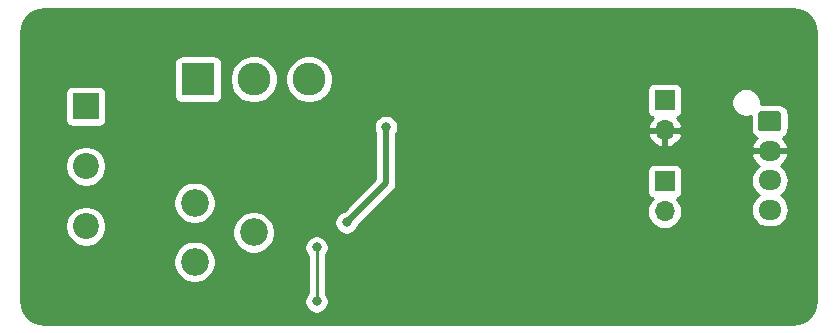
<source format=gbr>
G04 #@! TF.GenerationSoftware,KiCad,Pcbnew,(5.1.4)-1*
G04 #@! TF.CreationDate,2019-10-30T18:57:56+00:00*
G04 #@! TF.ProjectId,timer-board,74696d65-722d-4626-9f61-72642e6b6963,rev?*
G04 #@! TF.SameCoordinates,Original*
G04 #@! TF.FileFunction,Copper,L2,Bot*
G04 #@! TF.FilePolarity,Positive*
%FSLAX46Y46*%
G04 Gerber Fmt 4.6, Leading zero omitted, Abs format (unit mm)*
G04 Created by KiCad (PCBNEW (5.1.4)-1) date 2019-10-30 18:57:56*
%MOMM*%
%LPD*%
G04 APERTURE LIST*
%ADD10O,1.950000X1.700000*%
%ADD11C,0.100000*%
%ADD12C,1.700000*%
%ADD13C,2.200000*%
%ADD14R,2.200000X2.200000*%
%ADD15R,1.700000X1.700000*%
%ADD16O,1.700000X1.700000*%
%ADD17C,2.340000*%
%ADD18R,2.781300X2.781300*%
%ADD19C,2.781300*%
%ADD20C,0.800000*%
%ADD21C,0.250000*%
%ADD22C,0.500000*%
%ADD23C,0.254000*%
G04 APERTURE END LIST*
D10*
X368808000Y-119260000D03*
X368808000Y-116760000D03*
X368808000Y-114260000D03*
D11*
G36*
X369557504Y-110911204D02*
G01*
X369581773Y-110914804D01*
X369605571Y-110920765D01*
X369628671Y-110929030D01*
X369650849Y-110939520D01*
X369671893Y-110952133D01*
X369691598Y-110966747D01*
X369709777Y-110983223D01*
X369726253Y-111001402D01*
X369740867Y-111021107D01*
X369753480Y-111042151D01*
X369763970Y-111064329D01*
X369772235Y-111087429D01*
X369778196Y-111111227D01*
X369781796Y-111135496D01*
X369783000Y-111160000D01*
X369783000Y-112360000D01*
X369781796Y-112384504D01*
X369778196Y-112408773D01*
X369772235Y-112432571D01*
X369763970Y-112455671D01*
X369753480Y-112477849D01*
X369740867Y-112498893D01*
X369726253Y-112518598D01*
X369709777Y-112536777D01*
X369691598Y-112553253D01*
X369671893Y-112567867D01*
X369650849Y-112580480D01*
X369628671Y-112590970D01*
X369605571Y-112599235D01*
X369581773Y-112605196D01*
X369557504Y-112608796D01*
X369533000Y-112610000D01*
X368083000Y-112610000D01*
X368058496Y-112608796D01*
X368034227Y-112605196D01*
X368010429Y-112599235D01*
X367987329Y-112590970D01*
X367965151Y-112580480D01*
X367944107Y-112567867D01*
X367924402Y-112553253D01*
X367906223Y-112536777D01*
X367889747Y-112518598D01*
X367875133Y-112498893D01*
X367862520Y-112477849D01*
X367852030Y-112455671D01*
X367843765Y-112432571D01*
X367837804Y-112408773D01*
X367834204Y-112384504D01*
X367833000Y-112360000D01*
X367833000Y-111160000D01*
X367834204Y-111135496D01*
X367837804Y-111111227D01*
X367843765Y-111087429D01*
X367852030Y-111064329D01*
X367862520Y-111042151D01*
X367875133Y-111021107D01*
X367889747Y-111001402D01*
X367906223Y-110983223D01*
X367924402Y-110966747D01*
X367944107Y-110952133D01*
X367965151Y-110939520D01*
X367987329Y-110929030D01*
X368010429Y-110920765D01*
X368034227Y-110914804D01*
X368058496Y-110911204D01*
X368083000Y-110910000D01*
X369533000Y-110910000D01*
X369557504Y-110911204D01*
X369557504Y-110911204D01*
G37*
D12*
X368808000Y-111760000D03*
D13*
X310896000Y-120650000D03*
X310896000Y-115570000D03*
D14*
X310896000Y-110490000D03*
D15*
X359918000Y-109982000D03*
D16*
X359918000Y-112522000D03*
X359918000Y-119380000D03*
D15*
X359918000Y-116840000D03*
D17*
X320120000Y-123658000D03*
X325120000Y-121158000D03*
X320120000Y-118658000D03*
D18*
X320421000Y-108204000D03*
D19*
X325120000Y-108204000D03*
X329819000Y-108204000D03*
D20*
X356997000Y-118110000D03*
X341884000Y-122936000D03*
X334746600Y-122148600D03*
X326644000Y-114300000D03*
X328930000Y-124713990D03*
X333070200Y-113919000D03*
X330454000Y-122428000D03*
X330454000Y-127000000D03*
X336321400Y-112242600D03*
X332994000Y-120319800D03*
D21*
X330454000Y-122428000D02*
X330454000Y-127000000D01*
D22*
X336321400Y-116992400D02*
X332994000Y-120319800D01*
X336321400Y-112242600D02*
X336321400Y-116992400D01*
D23*
G36*
X371204545Y-102298909D02*
G01*
X371555208Y-102404780D01*
X371878625Y-102576744D01*
X372162484Y-102808254D01*
X372395965Y-103090486D01*
X372570183Y-103412695D01*
X372678502Y-103762614D01*
X372720000Y-104157443D01*
X372720001Y-126967711D01*
X372681091Y-127364545D01*
X372575220Y-127715206D01*
X372403257Y-128038623D01*
X372171748Y-128322482D01*
X371889514Y-128555965D01*
X371567304Y-128730184D01*
X371217385Y-128838502D01*
X370822557Y-128880000D01*
X307372279Y-128880000D01*
X306975455Y-128841091D01*
X306624794Y-128735220D01*
X306301377Y-128563257D01*
X306017518Y-128331748D01*
X305784035Y-128049514D01*
X305609816Y-127727304D01*
X305501498Y-127377385D01*
X305460000Y-126982557D01*
X305460000Y-123480223D01*
X318315000Y-123480223D01*
X318315000Y-123835777D01*
X318384365Y-124184499D01*
X318520429Y-124512988D01*
X318717965Y-124808621D01*
X318969379Y-125060035D01*
X319265012Y-125257571D01*
X319593501Y-125393635D01*
X319942223Y-125463000D01*
X320297777Y-125463000D01*
X320646499Y-125393635D01*
X320974988Y-125257571D01*
X321270621Y-125060035D01*
X321522035Y-124808621D01*
X321719571Y-124512988D01*
X321855635Y-124184499D01*
X321925000Y-123835777D01*
X321925000Y-123480223D01*
X321855635Y-123131501D01*
X321719571Y-122803012D01*
X321522035Y-122507379D01*
X321270621Y-122255965D01*
X320974988Y-122058429D01*
X320646499Y-121922365D01*
X320297777Y-121853000D01*
X319942223Y-121853000D01*
X319593501Y-121922365D01*
X319265012Y-122058429D01*
X318969379Y-122255965D01*
X318717965Y-122507379D01*
X318520429Y-122803012D01*
X318384365Y-123131501D01*
X318315000Y-123480223D01*
X305460000Y-123480223D01*
X305460000Y-120479117D01*
X309161000Y-120479117D01*
X309161000Y-120820883D01*
X309227675Y-121156081D01*
X309358463Y-121471831D01*
X309548337Y-121755998D01*
X309790002Y-121997663D01*
X310074169Y-122187537D01*
X310389919Y-122318325D01*
X310725117Y-122385000D01*
X311066883Y-122385000D01*
X311402081Y-122318325D01*
X311717831Y-122187537D01*
X312001998Y-121997663D01*
X312243663Y-121755998D01*
X312433537Y-121471831D01*
X312564325Y-121156081D01*
X312599305Y-120980223D01*
X323315000Y-120980223D01*
X323315000Y-121335777D01*
X323384365Y-121684499D01*
X323520429Y-122012988D01*
X323717965Y-122308621D01*
X323969379Y-122560035D01*
X324265012Y-122757571D01*
X324593501Y-122893635D01*
X324942223Y-122963000D01*
X325297777Y-122963000D01*
X325646499Y-122893635D01*
X325974988Y-122757571D01*
X326270621Y-122560035D01*
X326504595Y-122326061D01*
X329419000Y-122326061D01*
X329419000Y-122529939D01*
X329458774Y-122729898D01*
X329536795Y-122918256D01*
X329650063Y-123087774D01*
X329694000Y-123131711D01*
X329694001Y-126296288D01*
X329650063Y-126340226D01*
X329536795Y-126509744D01*
X329458774Y-126698102D01*
X329419000Y-126898061D01*
X329419000Y-127101939D01*
X329458774Y-127301898D01*
X329536795Y-127490256D01*
X329650063Y-127659774D01*
X329794226Y-127803937D01*
X329963744Y-127917205D01*
X330152102Y-127995226D01*
X330352061Y-128035000D01*
X330555939Y-128035000D01*
X330755898Y-127995226D01*
X330944256Y-127917205D01*
X331113774Y-127803937D01*
X331257937Y-127659774D01*
X331371205Y-127490256D01*
X331449226Y-127301898D01*
X331489000Y-127101939D01*
X331489000Y-126898061D01*
X331449226Y-126698102D01*
X331371205Y-126509744D01*
X331257937Y-126340226D01*
X331214000Y-126296289D01*
X331214000Y-123131711D01*
X331257937Y-123087774D01*
X331371205Y-122918256D01*
X331449226Y-122729898D01*
X331489000Y-122529939D01*
X331489000Y-122326061D01*
X331449226Y-122126102D01*
X331371205Y-121937744D01*
X331257937Y-121768226D01*
X331113774Y-121624063D01*
X330944256Y-121510795D01*
X330755898Y-121432774D01*
X330555939Y-121393000D01*
X330352061Y-121393000D01*
X330152102Y-121432774D01*
X329963744Y-121510795D01*
X329794226Y-121624063D01*
X329650063Y-121768226D01*
X329536795Y-121937744D01*
X329458774Y-122126102D01*
X329419000Y-122326061D01*
X326504595Y-122326061D01*
X326522035Y-122308621D01*
X326719571Y-122012988D01*
X326855635Y-121684499D01*
X326925000Y-121335777D01*
X326925000Y-120980223D01*
X326855635Y-120631501D01*
X326719571Y-120303012D01*
X326662675Y-120217861D01*
X331959000Y-120217861D01*
X331959000Y-120421739D01*
X331998774Y-120621698D01*
X332076795Y-120810056D01*
X332190063Y-120979574D01*
X332334226Y-121123737D01*
X332503744Y-121237005D01*
X332692102Y-121315026D01*
X332892061Y-121354800D01*
X333095939Y-121354800D01*
X333295898Y-121315026D01*
X333484256Y-121237005D01*
X333653774Y-121123737D01*
X333797937Y-120979574D01*
X333911205Y-120810056D01*
X333989226Y-120621698D01*
X334000535Y-120564843D01*
X335185378Y-119380000D01*
X358425815Y-119380000D01*
X358454487Y-119671111D01*
X358539401Y-119951034D01*
X358677294Y-120209014D01*
X358862866Y-120435134D01*
X359088986Y-120620706D01*
X359346966Y-120758599D01*
X359626889Y-120843513D01*
X359845050Y-120865000D01*
X359990950Y-120865000D01*
X360209111Y-120843513D01*
X360489034Y-120758599D01*
X360747014Y-120620706D01*
X360973134Y-120435134D01*
X361158706Y-120209014D01*
X361296599Y-119951034D01*
X361381513Y-119671111D01*
X361410185Y-119380000D01*
X361381513Y-119088889D01*
X361296599Y-118808966D01*
X361158706Y-118550986D01*
X360973134Y-118324866D01*
X360943313Y-118300393D01*
X361012180Y-118279502D01*
X361122494Y-118220537D01*
X361219185Y-118141185D01*
X361298537Y-118044494D01*
X361357502Y-117934180D01*
X361393812Y-117814482D01*
X361406072Y-117690000D01*
X361406072Y-116760000D01*
X367190815Y-116760000D01*
X367219487Y-117051111D01*
X367304401Y-117331034D01*
X367442294Y-117589014D01*
X367627866Y-117815134D01*
X367853986Y-118000706D01*
X367871374Y-118010000D01*
X367853986Y-118019294D01*
X367627866Y-118204866D01*
X367442294Y-118430986D01*
X367304401Y-118688966D01*
X367219487Y-118968889D01*
X367190815Y-119260000D01*
X367219487Y-119551111D01*
X367304401Y-119831034D01*
X367442294Y-120089014D01*
X367627866Y-120315134D01*
X367853986Y-120500706D01*
X368111966Y-120638599D01*
X368391889Y-120723513D01*
X368610050Y-120745000D01*
X369005950Y-120745000D01*
X369224111Y-120723513D01*
X369504034Y-120638599D01*
X369762014Y-120500706D01*
X369988134Y-120315134D01*
X370173706Y-120089014D01*
X370311599Y-119831034D01*
X370396513Y-119551111D01*
X370425185Y-119260000D01*
X370396513Y-118968889D01*
X370311599Y-118688966D01*
X370173706Y-118430986D01*
X369988134Y-118204866D01*
X369762014Y-118019294D01*
X369744626Y-118010000D01*
X369762014Y-118000706D01*
X369988134Y-117815134D01*
X370173706Y-117589014D01*
X370311599Y-117331034D01*
X370396513Y-117051111D01*
X370425185Y-116760000D01*
X370396513Y-116468889D01*
X370311599Y-116188966D01*
X370173706Y-115930986D01*
X369988134Y-115704866D01*
X369762014Y-115519294D01*
X369736278Y-115505538D01*
X369942429Y-115349049D01*
X370135496Y-115131193D01*
X370282352Y-114879858D01*
X370374476Y-114616890D01*
X370253155Y-114387000D01*
X368935000Y-114387000D01*
X368935000Y-114407000D01*
X368681000Y-114407000D01*
X368681000Y-114387000D01*
X367362845Y-114387000D01*
X367241524Y-114616890D01*
X367333648Y-114879858D01*
X367480504Y-115131193D01*
X367673571Y-115349049D01*
X367879722Y-115505538D01*
X367853986Y-115519294D01*
X367627866Y-115704866D01*
X367442294Y-115930986D01*
X367304401Y-116188966D01*
X367219487Y-116468889D01*
X367190815Y-116760000D01*
X361406072Y-116760000D01*
X361406072Y-115990000D01*
X361393812Y-115865518D01*
X361357502Y-115745820D01*
X361298537Y-115635506D01*
X361219185Y-115538815D01*
X361122494Y-115459463D01*
X361012180Y-115400498D01*
X360892482Y-115364188D01*
X360768000Y-115351928D01*
X359068000Y-115351928D01*
X358943518Y-115364188D01*
X358823820Y-115400498D01*
X358713506Y-115459463D01*
X358616815Y-115538815D01*
X358537463Y-115635506D01*
X358478498Y-115745820D01*
X358442188Y-115865518D01*
X358429928Y-115990000D01*
X358429928Y-117690000D01*
X358442188Y-117814482D01*
X358478498Y-117934180D01*
X358537463Y-118044494D01*
X358616815Y-118141185D01*
X358713506Y-118220537D01*
X358823820Y-118279502D01*
X358892687Y-118300393D01*
X358862866Y-118324866D01*
X358677294Y-118550986D01*
X358539401Y-118808966D01*
X358454487Y-119088889D01*
X358425815Y-119380000D01*
X335185378Y-119380000D01*
X336916449Y-117648930D01*
X336950217Y-117621217D01*
X337060811Y-117486459D01*
X337142989Y-117332713D01*
X337193595Y-117165890D01*
X337206400Y-117035877D01*
X337206400Y-117035867D01*
X337210681Y-116992401D01*
X337206400Y-116948935D01*
X337206400Y-112878891D01*
X358476519Y-112878891D01*
X358573843Y-113153252D01*
X358722822Y-113403355D01*
X358917731Y-113619588D01*
X359151080Y-113793641D01*
X359413901Y-113918825D01*
X359561110Y-113963476D01*
X359791000Y-113842155D01*
X359791000Y-112649000D01*
X360045000Y-112649000D01*
X360045000Y-113842155D01*
X360274890Y-113963476D01*
X360422099Y-113918825D01*
X360684920Y-113793641D01*
X360918269Y-113619588D01*
X361113178Y-113403355D01*
X361262157Y-113153252D01*
X361359481Y-112878891D01*
X361238814Y-112649000D01*
X360045000Y-112649000D01*
X359791000Y-112649000D01*
X358597186Y-112649000D01*
X358476519Y-112878891D01*
X337206400Y-112878891D01*
X337206400Y-112781054D01*
X337238605Y-112732856D01*
X337316626Y-112544498D01*
X337356400Y-112344539D01*
X337356400Y-112140661D01*
X337316626Y-111940702D01*
X337238605Y-111752344D01*
X337125337Y-111582826D01*
X336981174Y-111438663D01*
X336811656Y-111325395D01*
X336623298Y-111247374D01*
X336423339Y-111207600D01*
X336219461Y-111207600D01*
X336019502Y-111247374D01*
X335831144Y-111325395D01*
X335661626Y-111438663D01*
X335517463Y-111582826D01*
X335404195Y-111752344D01*
X335326174Y-111940702D01*
X335286400Y-112140661D01*
X335286400Y-112344539D01*
X335326174Y-112544498D01*
X335404195Y-112732856D01*
X335436400Y-112781054D01*
X335436401Y-116625820D01*
X332748957Y-119313265D01*
X332692102Y-119324574D01*
X332503744Y-119402595D01*
X332334226Y-119515863D01*
X332190063Y-119660026D01*
X332076795Y-119829544D01*
X331998774Y-120017902D01*
X331959000Y-120217861D01*
X326662675Y-120217861D01*
X326522035Y-120007379D01*
X326270621Y-119755965D01*
X325974988Y-119558429D01*
X325646499Y-119422365D01*
X325297777Y-119353000D01*
X324942223Y-119353000D01*
X324593501Y-119422365D01*
X324265012Y-119558429D01*
X323969379Y-119755965D01*
X323717965Y-120007379D01*
X323520429Y-120303012D01*
X323384365Y-120631501D01*
X323315000Y-120980223D01*
X312599305Y-120980223D01*
X312631000Y-120820883D01*
X312631000Y-120479117D01*
X312564325Y-120143919D01*
X312433537Y-119828169D01*
X312243663Y-119544002D01*
X312001998Y-119302337D01*
X311717831Y-119112463D01*
X311402081Y-118981675D01*
X311066883Y-118915000D01*
X310725117Y-118915000D01*
X310389919Y-118981675D01*
X310074169Y-119112463D01*
X309790002Y-119302337D01*
X309548337Y-119544002D01*
X309358463Y-119828169D01*
X309227675Y-120143919D01*
X309161000Y-120479117D01*
X305460000Y-120479117D01*
X305460000Y-118480223D01*
X318315000Y-118480223D01*
X318315000Y-118835777D01*
X318384365Y-119184499D01*
X318520429Y-119512988D01*
X318717965Y-119808621D01*
X318969379Y-120060035D01*
X319265012Y-120257571D01*
X319593501Y-120393635D01*
X319942223Y-120463000D01*
X320297777Y-120463000D01*
X320646499Y-120393635D01*
X320974988Y-120257571D01*
X321270621Y-120060035D01*
X321522035Y-119808621D01*
X321719571Y-119512988D01*
X321855635Y-119184499D01*
X321925000Y-118835777D01*
X321925000Y-118480223D01*
X321855635Y-118131501D01*
X321719571Y-117803012D01*
X321522035Y-117507379D01*
X321270621Y-117255965D01*
X320974988Y-117058429D01*
X320646499Y-116922365D01*
X320297777Y-116853000D01*
X319942223Y-116853000D01*
X319593501Y-116922365D01*
X319265012Y-117058429D01*
X318969379Y-117255965D01*
X318717965Y-117507379D01*
X318520429Y-117803012D01*
X318384365Y-118131501D01*
X318315000Y-118480223D01*
X305460000Y-118480223D01*
X305460000Y-115399117D01*
X309161000Y-115399117D01*
X309161000Y-115740883D01*
X309227675Y-116076081D01*
X309358463Y-116391831D01*
X309548337Y-116675998D01*
X309790002Y-116917663D01*
X310074169Y-117107537D01*
X310389919Y-117238325D01*
X310725117Y-117305000D01*
X311066883Y-117305000D01*
X311402081Y-117238325D01*
X311717831Y-117107537D01*
X312001998Y-116917663D01*
X312243663Y-116675998D01*
X312433537Y-116391831D01*
X312564325Y-116076081D01*
X312631000Y-115740883D01*
X312631000Y-115399117D01*
X312564325Y-115063919D01*
X312433537Y-114748169D01*
X312243663Y-114464002D01*
X312001998Y-114222337D01*
X311717831Y-114032463D01*
X311402081Y-113901675D01*
X311066883Y-113835000D01*
X310725117Y-113835000D01*
X310389919Y-113901675D01*
X310074169Y-114032463D01*
X309790002Y-114222337D01*
X309548337Y-114464002D01*
X309358463Y-114748169D01*
X309227675Y-115063919D01*
X309161000Y-115399117D01*
X305460000Y-115399117D01*
X305460000Y-109390000D01*
X309157928Y-109390000D01*
X309157928Y-111590000D01*
X309170188Y-111714482D01*
X309206498Y-111834180D01*
X309265463Y-111944494D01*
X309344815Y-112041185D01*
X309441506Y-112120537D01*
X309551820Y-112179502D01*
X309671518Y-112215812D01*
X309796000Y-112228072D01*
X311996000Y-112228072D01*
X312120482Y-112215812D01*
X312240180Y-112179502D01*
X312350494Y-112120537D01*
X312447185Y-112041185D01*
X312526537Y-111944494D01*
X312585502Y-111834180D01*
X312621812Y-111714482D01*
X312634072Y-111590000D01*
X312634072Y-109390000D01*
X312621812Y-109265518D01*
X312585502Y-109145820D01*
X312526537Y-109035506D01*
X312447185Y-108938815D01*
X312350494Y-108859463D01*
X312240180Y-108800498D01*
X312120482Y-108764188D01*
X311996000Y-108751928D01*
X309796000Y-108751928D01*
X309671518Y-108764188D01*
X309551820Y-108800498D01*
X309441506Y-108859463D01*
X309344815Y-108938815D01*
X309265463Y-109035506D01*
X309206498Y-109145820D01*
X309170188Y-109265518D01*
X309157928Y-109390000D01*
X305460000Y-109390000D01*
X305460000Y-106813350D01*
X318392278Y-106813350D01*
X318392278Y-109594650D01*
X318404538Y-109719132D01*
X318440848Y-109838830D01*
X318499813Y-109949144D01*
X318579165Y-110045835D01*
X318675856Y-110125187D01*
X318786170Y-110184152D01*
X318905868Y-110220462D01*
X319030350Y-110232722D01*
X321811650Y-110232722D01*
X321936132Y-110220462D01*
X322055830Y-110184152D01*
X322166144Y-110125187D01*
X322262835Y-110045835D01*
X322342187Y-109949144D01*
X322401152Y-109838830D01*
X322437462Y-109719132D01*
X322449722Y-109594650D01*
X322449722Y-108004491D01*
X323094350Y-108004491D01*
X323094350Y-108403509D01*
X323172195Y-108794860D01*
X323324892Y-109163505D01*
X323546575Y-109495276D01*
X323828724Y-109777425D01*
X324160495Y-109999108D01*
X324529140Y-110151805D01*
X324920491Y-110229650D01*
X325319509Y-110229650D01*
X325710860Y-110151805D01*
X326079505Y-109999108D01*
X326411276Y-109777425D01*
X326693425Y-109495276D01*
X326915108Y-109163505D01*
X327067805Y-108794860D01*
X327145650Y-108403509D01*
X327145650Y-108004491D01*
X327793350Y-108004491D01*
X327793350Y-108403509D01*
X327871195Y-108794860D01*
X328023892Y-109163505D01*
X328245575Y-109495276D01*
X328527724Y-109777425D01*
X328859495Y-109999108D01*
X329228140Y-110151805D01*
X329619491Y-110229650D01*
X330018509Y-110229650D01*
X330409860Y-110151805D01*
X330778505Y-109999108D01*
X331110276Y-109777425D01*
X331392425Y-109495276D01*
X331614108Y-109163505D01*
X331627157Y-109132000D01*
X358429928Y-109132000D01*
X358429928Y-110832000D01*
X358442188Y-110956482D01*
X358478498Y-111076180D01*
X358537463Y-111186494D01*
X358616815Y-111283185D01*
X358713506Y-111362537D01*
X358823820Y-111421502D01*
X358899626Y-111444498D01*
X358722822Y-111640645D01*
X358573843Y-111890748D01*
X358476519Y-112165109D01*
X358597186Y-112395000D01*
X359791000Y-112395000D01*
X359791000Y-112375000D01*
X360045000Y-112375000D01*
X360045000Y-112395000D01*
X361238814Y-112395000D01*
X361359481Y-112165109D01*
X361262157Y-111890748D01*
X361113178Y-111640645D01*
X360936374Y-111444498D01*
X361012180Y-111421502D01*
X361122494Y-111362537D01*
X361219185Y-111283185D01*
X361298537Y-111186494D01*
X361357502Y-111076180D01*
X361393812Y-110956482D01*
X361406072Y-110832000D01*
X361406072Y-110038363D01*
X365573000Y-110038363D01*
X365573000Y-110281637D01*
X365620460Y-110520236D01*
X365713557Y-110744992D01*
X365848713Y-110947267D01*
X366020733Y-111119287D01*
X366223008Y-111254443D01*
X366447764Y-111347540D01*
X366686363Y-111395000D01*
X366929637Y-111395000D01*
X367168236Y-111347540D01*
X367194928Y-111336484D01*
X367194928Y-112360000D01*
X367211992Y-112533254D01*
X367262528Y-112699850D01*
X367344595Y-112853386D01*
X367455038Y-112987962D01*
X367589614Y-113098405D01*
X367694961Y-113154714D01*
X367673571Y-113170951D01*
X367480504Y-113388807D01*
X367333648Y-113640142D01*
X367241524Y-113903110D01*
X367362845Y-114133000D01*
X368681000Y-114133000D01*
X368681000Y-114113000D01*
X368935000Y-114113000D01*
X368935000Y-114133000D01*
X370253155Y-114133000D01*
X370374476Y-113903110D01*
X370282352Y-113640142D01*
X370135496Y-113388807D01*
X369942429Y-113170951D01*
X369921039Y-113154714D01*
X370026386Y-113098405D01*
X370160962Y-112987962D01*
X370271405Y-112853386D01*
X370353472Y-112699850D01*
X370404008Y-112533254D01*
X370421072Y-112360000D01*
X370421072Y-111160000D01*
X370404008Y-110986746D01*
X370353472Y-110820150D01*
X370271405Y-110666614D01*
X370160962Y-110532038D01*
X370026386Y-110421595D01*
X369872850Y-110339528D01*
X369706254Y-110288992D01*
X369533000Y-110271928D01*
X368083000Y-110271928D01*
X368043000Y-110275868D01*
X368043000Y-110038363D01*
X367995540Y-109799764D01*
X367902443Y-109575008D01*
X367767287Y-109372733D01*
X367595267Y-109200713D01*
X367392992Y-109065557D01*
X367168236Y-108972460D01*
X366929637Y-108925000D01*
X366686363Y-108925000D01*
X366447764Y-108972460D01*
X366223008Y-109065557D01*
X366020733Y-109200713D01*
X365848713Y-109372733D01*
X365713557Y-109575008D01*
X365620460Y-109799764D01*
X365573000Y-110038363D01*
X361406072Y-110038363D01*
X361406072Y-109132000D01*
X361393812Y-109007518D01*
X361357502Y-108887820D01*
X361298537Y-108777506D01*
X361219185Y-108680815D01*
X361122494Y-108601463D01*
X361012180Y-108542498D01*
X360892482Y-108506188D01*
X360768000Y-108493928D01*
X359068000Y-108493928D01*
X358943518Y-108506188D01*
X358823820Y-108542498D01*
X358713506Y-108601463D01*
X358616815Y-108680815D01*
X358537463Y-108777506D01*
X358478498Y-108887820D01*
X358442188Y-109007518D01*
X358429928Y-109132000D01*
X331627157Y-109132000D01*
X331766805Y-108794860D01*
X331844650Y-108403509D01*
X331844650Y-108004491D01*
X331766805Y-107613140D01*
X331614108Y-107244495D01*
X331392425Y-106912724D01*
X331110276Y-106630575D01*
X330778505Y-106408892D01*
X330409860Y-106256195D01*
X330018509Y-106178350D01*
X329619491Y-106178350D01*
X329228140Y-106256195D01*
X328859495Y-106408892D01*
X328527724Y-106630575D01*
X328245575Y-106912724D01*
X328023892Y-107244495D01*
X327871195Y-107613140D01*
X327793350Y-108004491D01*
X327145650Y-108004491D01*
X327067805Y-107613140D01*
X326915108Y-107244495D01*
X326693425Y-106912724D01*
X326411276Y-106630575D01*
X326079505Y-106408892D01*
X325710860Y-106256195D01*
X325319509Y-106178350D01*
X324920491Y-106178350D01*
X324529140Y-106256195D01*
X324160495Y-106408892D01*
X323828724Y-106630575D01*
X323546575Y-106912724D01*
X323324892Y-107244495D01*
X323172195Y-107613140D01*
X323094350Y-108004491D01*
X322449722Y-108004491D01*
X322449722Y-106813350D01*
X322437462Y-106688868D01*
X322401152Y-106569170D01*
X322342187Y-106458856D01*
X322262835Y-106362165D01*
X322166144Y-106282813D01*
X322055830Y-106223848D01*
X321936132Y-106187538D01*
X321811650Y-106175278D01*
X319030350Y-106175278D01*
X318905868Y-106187538D01*
X318786170Y-106223848D01*
X318675856Y-106282813D01*
X318579165Y-106362165D01*
X318499813Y-106458856D01*
X318440848Y-106569170D01*
X318404538Y-106688868D01*
X318392278Y-106813350D01*
X305460000Y-106813350D01*
X305460000Y-104172279D01*
X305498909Y-103775455D01*
X305604780Y-103424792D01*
X305776744Y-103101375D01*
X306008254Y-102817516D01*
X306290486Y-102584035D01*
X306612695Y-102409817D01*
X306962614Y-102301498D01*
X307357443Y-102260000D01*
X370807721Y-102260000D01*
X371204545Y-102298909D01*
X371204545Y-102298909D01*
G37*
X371204545Y-102298909D02*
X371555208Y-102404780D01*
X371878625Y-102576744D01*
X372162484Y-102808254D01*
X372395965Y-103090486D01*
X372570183Y-103412695D01*
X372678502Y-103762614D01*
X372720000Y-104157443D01*
X372720001Y-126967711D01*
X372681091Y-127364545D01*
X372575220Y-127715206D01*
X372403257Y-128038623D01*
X372171748Y-128322482D01*
X371889514Y-128555965D01*
X371567304Y-128730184D01*
X371217385Y-128838502D01*
X370822557Y-128880000D01*
X307372279Y-128880000D01*
X306975455Y-128841091D01*
X306624794Y-128735220D01*
X306301377Y-128563257D01*
X306017518Y-128331748D01*
X305784035Y-128049514D01*
X305609816Y-127727304D01*
X305501498Y-127377385D01*
X305460000Y-126982557D01*
X305460000Y-123480223D01*
X318315000Y-123480223D01*
X318315000Y-123835777D01*
X318384365Y-124184499D01*
X318520429Y-124512988D01*
X318717965Y-124808621D01*
X318969379Y-125060035D01*
X319265012Y-125257571D01*
X319593501Y-125393635D01*
X319942223Y-125463000D01*
X320297777Y-125463000D01*
X320646499Y-125393635D01*
X320974988Y-125257571D01*
X321270621Y-125060035D01*
X321522035Y-124808621D01*
X321719571Y-124512988D01*
X321855635Y-124184499D01*
X321925000Y-123835777D01*
X321925000Y-123480223D01*
X321855635Y-123131501D01*
X321719571Y-122803012D01*
X321522035Y-122507379D01*
X321270621Y-122255965D01*
X320974988Y-122058429D01*
X320646499Y-121922365D01*
X320297777Y-121853000D01*
X319942223Y-121853000D01*
X319593501Y-121922365D01*
X319265012Y-122058429D01*
X318969379Y-122255965D01*
X318717965Y-122507379D01*
X318520429Y-122803012D01*
X318384365Y-123131501D01*
X318315000Y-123480223D01*
X305460000Y-123480223D01*
X305460000Y-120479117D01*
X309161000Y-120479117D01*
X309161000Y-120820883D01*
X309227675Y-121156081D01*
X309358463Y-121471831D01*
X309548337Y-121755998D01*
X309790002Y-121997663D01*
X310074169Y-122187537D01*
X310389919Y-122318325D01*
X310725117Y-122385000D01*
X311066883Y-122385000D01*
X311402081Y-122318325D01*
X311717831Y-122187537D01*
X312001998Y-121997663D01*
X312243663Y-121755998D01*
X312433537Y-121471831D01*
X312564325Y-121156081D01*
X312599305Y-120980223D01*
X323315000Y-120980223D01*
X323315000Y-121335777D01*
X323384365Y-121684499D01*
X323520429Y-122012988D01*
X323717965Y-122308621D01*
X323969379Y-122560035D01*
X324265012Y-122757571D01*
X324593501Y-122893635D01*
X324942223Y-122963000D01*
X325297777Y-122963000D01*
X325646499Y-122893635D01*
X325974988Y-122757571D01*
X326270621Y-122560035D01*
X326504595Y-122326061D01*
X329419000Y-122326061D01*
X329419000Y-122529939D01*
X329458774Y-122729898D01*
X329536795Y-122918256D01*
X329650063Y-123087774D01*
X329694000Y-123131711D01*
X329694001Y-126296288D01*
X329650063Y-126340226D01*
X329536795Y-126509744D01*
X329458774Y-126698102D01*
X329419000Y-126898061D01*
X329419000Y-127101939D01*
X329458774Y-127301898D01*
X329536795Y-127490256D01*
X329650063Y-127659774D01*
X329794226Y-127803937D01*
X329963744Y-127917205D01*
X330152102Y-127995226D01*
X330352061Y-128035000D01*
X330555939Y-128035000D01*
X330755898Y-127995226D01*
X330944256Y-127917205D01*
X331113774Y-127803937D01*
X331257937Y-127659774D01*
X331371205Y-127490256D01*
X331449226Y-127301898D01*
X331489000Y-127101939D01*
X331489000Y-126898061D01*
X331449226Y-126698102D01*
X331371205Y-126509744D01*
X331257937Y-126340226D01*
X331214000Y-126296289D01*
X331214000Y-123131711D01*
X331257937Y-123087774D01*
X331371205Y-122918256D01*
X331449226Y-122729898D01*
X331489000Y-122529939D01*
X331489000Y-122326061D01*
X331449226Y-122126102D01*
X331371205Y-121937744D01*
X331257937Y-121768226D01*
X331113774Y-121624063D01*
X330944256Y-121510795D01*
X330755898Y-121432774D01*
X330555939Y-121393000D01*
X330352061Y-121393000D01*
X330152102Y-121432774D01*
X329963744Y-121510795D01*
X329794226Y-121624063D01*
X329650063Y-121768226D01*
X329536795Y-121937744D01*
X329458774Y-122126102D01*
X329419000Y-122326061D01*
X326504595Y-122326061D01*
X326522035Y-122308621D01*
X326719571Y-122012988D01*
X326855635Y-121684499D01*
X326925000Y-121335777D01*
X326925000Y-120980223D01*
X326855635Y-120631501D01*
X326719571Y-120303012D01*
X326662675Y-120217861D01*
X331959000Y-120217861D01*
X331959000Y-120421739D01*
X331998774Y-120621698D01*
X332076795Y-120810056D01*
X332190063Y-120979574D01*
X332334226Y-121123737D01*
X332503744Y-121237005D01*
X332692102Y-121315026D01*
X332892061Y-121354800D01*
X333095939Y-121354800D01*
X333295898Y-121315026D01*
X333484256Y-121237005D01*
X333653774Y-121123737D01*
X333797937Y-120979574D01*
X333911205Y-120810056D01*
X333989226Y-120621698D01*
X334000535Y-120564843D01*
X335185378Y-119380000D01*
X358425815Y-119380000D01*
X358454487Y-119671111D01*
X358539401Y-119951034D01*
X358677294Y-120209014D01*
X358862866Y-120435134D01*
X359088986Y-120620706D01*
X359346966Y-120758599D01*
X359626889Y-120843513D01*
X359845050Y-120865000D01*
X359990950Y-120865000D01*
X360209111Y-120843513D01*
X360489034Y-120758599D01*
X360747014Y-120620706D01*
X360973134Y-120435134D01*
X361158706Y-120209014D01*
X361296599Y-119951034D01*
X361381513Y-119671111D01*
X361410185Y-119380000D01*
X361381513Y-119088889D01*
X361296599Y-118808966D01*
X361158706Y-118550986D01*
X360973134Y-118324866D01*
X360943313Y-118300393D01*
X361012180Y-118279502D01*
X361122494Y-118220537D01*
X361219185Y-118141185D01*
X361298537Y-118044494D01*
X361357502Y-117934180D01*
X361393812Y-117814482D01*
X361406072Y-117690000D01*
X361406072Y-116760000D01*
X367190815Y-116760000D01*
X367219487Y-117051111D01*
X367304401Y-117331034D01*
X367442294Y-117589014D01*
X367627866Y-117815134D01*
X367853986Y-118000706D01*
X367871374Y-118010000D01*
X367853986Y-118019294D01*
X367627866Y-118204866D01*
X367442294Y-118430986D01*
X367304401Y-118688966D01*
X367219487Y-118968889D01*
X367190815Y-119260000D01*
X367219487Y-119551111D01*
X367304401Y-119831034D01*
X367442294Y-120089014D01*
X367627866Y-120315134D01*
X367853986Y-120500706D01*
X368111966Y-120638599D01*
X368391889Y-120723513D01*
X368610050Y-120745000D01*
X369005950Y-120745000D01*
X369224111Y-120723513D01*
X369504034Y-120638599D01*
X369762014Y-120500706D01*
X369988134Y-120315134D01*
X370173706Y-120089014D01*
X370311599Y-119831034D01*
X370396513Y-119551111D01*
X370425185Y-119260000D01*
X370396513Y-118968889D01*
X370311599Y-118688966D01*
X370173706Y-118430986D01*
X369988134Y-118204866D01*
X369762014Y-118019294D01*
X369744626Y-118010000D01*
X369762014Y-118000706D01*
X369988134Y-117815134D01*
X370173706Y-117589014D01*
X370311599Y-117331034D01*
X370396513Y-117051111D01*
X370425185Y-116760000D01*
X370396513Y-116468889D01*
X370311599Y-116188966D01*
X370173706Y-115930986D01*
X369988134Y-115704866D01*
X369762014Y-115519294D01*
X369736278Y-115505538D01*
X369942429Y-115349049D01*
X370135496Y-115131193D01*
X370282352Y-114879858D01*
X370374476Y-114616890D01*
X370253155Y-114387000D01*
X368935000Y-114387000D01*
X368935000Y-114407000D01*
X368681000Y-114407000D01*
X368681000Y-114387000D01*
X367362845Y-114387000D01*
X367241524Y-114616890D01*
X367333648Y-114879858D01*
X367480504Y-115131193D01*
X367673571Y-115349049D01*
X367879722Y-115505538D01*
X367853986Y-115519294D01*
X367627866Y-115704866D01*
X367442294Y-115930986D01*
X367304401Y-116188966D01*
X367219487Y-116468889D01*
X367190815Y-116760000D01*
X361406072Y-116760000D01*
X361406072Y-115990000D01*
X361393812Y-115865518D01*
X361357502Y-115745820D01*
X361298537Y-115635506D01*
X361219185Y-115538815D01*
X361122494Y-115459463D01*
X361012180Y-115400498D01*
X360892482Y-115364188D01*
X360768000Y-115351928D01*
X359068000Y-115351928D01*
X358943518Y-115364188D01*
X358823820Y-115400498D01*
X358713506Y-115459463D01*
X358616815Y-115538815D01*
X358537463Y-115635506D01*
X358478498Y-115745820D01*
X358442188Y-115865518D01*
X358429928Y-115990000D01*
X358429928Y-117690000D01*
X358442188Y-117814482D01*
X358478498Y-117934180D01*
X358537463Y-118044494D01*
X358616815Y-118141185D01*
X358713506Y-118220537D01*
X358823820Y-118279502D01*
X358892687Y-118300393D01*
X358862866Y-118324866D01*
X358677294Y-118550986D01*
X358539401Y-118808966D01*
X358454487Y-119088889D01*
X358425815Y-119380000D01*
X335185378Y-119380000D01*
X336916449Y-117648930D01*
X336950217Y-117621217D01*
X337060811Y-117486459D01*
X337142989Y-117332713D01*
X337193595Y-117165890D01*
X337206400Y-117035877D01*
X337206400Y-117035867D01*
X337210681Y-116992401D01*
X337206400Y-116948935D01*
X337206400Y-112878891D01*
X358476519Y-112878891D01*
X358573843Y-113153252D01*
X358722822Y-113403355D01*
X358917731Y-113619588D01*
X359151080Y-113793641D01*
X359413901Y-113918825D01*
X359561110Y-113963476D01*
X359791000Y-113842155D01*
X359791000Y-112649000D01*
X360045000Y-112649000D01*
X360045000Y-113842155D01*
X360274890Y-113963476D01*
X360422099Y-113918825D01*
X360684920Y-113793641D01*
X360918269Y-113619588D01*
X361113178Y-113403355D01*
X361262157Y-113153252D01*
X361359481Y-112878891D01*
X361238814Y-112649000D01*
X360045000Y-112649000D01*
X359791000Y-112649000D01*
X358597186Y-112649000D01*
X358476519Y-112878891D01*
X337206400Y-112878891D01*
X337206400Y-112781054D01*
X337238605Y-112732856D01*
X337316626Y-112544498D01*
X337356400Y-112344539D01*
X337356400Y-112140661D01*
X337316626Y-111940702D01*
X337238605Y-111752344D01*
X337125337Y-111582826D01*
X336981174Y-111438663D01*
X336811656Y-111325395D01*
X336623298Y-111247374D01*
X336423339Y-111207600D01*
X336219461Y-111207600D01*
X336019502Y-111247374D01*
X335831144Y-111325395D01*
X335661626Y-111438663D01*
X335517463Y-111582826D01*
X335404195Y-111752344D01*
X335326174Y-111940702D01*
X335286400Y-112140661D01*
X335286400Y-112344539D01*
X335326174Y-112544498D01*
X335404195Y-112732856D01*
X335436400Y-112781054D01*
X335436401Y-116625820D01*
X332748957Y-119313265D01*
X332692102Y-119324574D01*
X332503744Y-119402595D01*
X332334226Y-119515863D01*
X332190063Y-119660026D01*
X332076795Y-119829544D01*
X331998774Y-120017902D01*
X331959000Y-120217861D01*
X326662675Y-120217861D01*
X326522035Y-120007379D01*
X326270621Y-119755965D01*
X325974988Y-119558429D01*
X325646499Y-119422365D01*
X325297777Y-119353000D01*
X324942223Y-119353000D01*
X324593501Y-119422365D01*
X324265012Y-119558429D01*
X323969379Y-119755965D01*
X323717965Y-120007379D01*
X323520429Y-120303012D01*
X323384365Y-120631501D01*
X323315000Y-120980223D01*
X312599305Y-120980223D01*
X312631000Y-120820883D01*
X312631000Y-120479117D01*
X312564325Y-120143919D01*
X312433537Y-119828169D01*
X312243663Y-119544002D01*
X312001998Y-119302337D01*
X311717831Y-119112463D01*
X311402081Y-118981675D01*
X311066883Y-118915000D01*
X310725117Y-118915000D01*
X310389919Y-118981675D01*
X310074169Y-119112463D01*
X309790002Y-119302337D01*
X309548337Y-119544002D01*
X309358463Y-119828169D01*
X309227675Y-120143919D01*
X309161000Y-120479117D01*
X305460000Y-120479117D01*
X305460000Y-118480223D01*
X318315000Y-118480223D01*
X318315000Y-118835777D01*
X318384365Y-119184499D01*
X318520429Y-119512988D01*
X318717965Y-119808621D01*
X318969379Y-120060035D01*
X319265012Y-120257571D01*
X319593501Y-120393635D01*
X319942223Y-120463000D01*
X320297777Y-120463000D01*
X320646499Y-120393635D01*
X320974988Y-120257571D01*
X321270621Y-120060035D01*
X321522035Y-119808621D01*
X321719571Y-119512988D01*
X321855635Y-119184499D01*
X321925000Y-118835777D01*
X321925000Y-118480223D01*
X321855635Y-118131501D01*
X321719571Y-117803012D01*
X321522035Y-117507379D01*
X321270621Y-117255965D01*
X320974988Y-117058429D01*
X320646499Y-116922365D01*
X320297777Y-116853000D01*
X319942223Y-116853000D01*
X319593501Y-116922365D01*
X319265012Y-117058429D01*
X318969379Y-117255965D01*
X318717965Y-117507379D01*
X318520429Y-117803012D01*
X318384365Y-118131501D01*
X318315000Y-118480223D01*
X305460000Y-118480223D01*
X305460000Y-115399117D01*
X309161000Y-115399117D01*
X309161000Y-115740883D01*
X309227675Y-116076081D01*
X309358463Y-116391831D01*
X309548337Y-116675998D01*
X309790002Y-116917663D01*
X310074169Y-117107537D01*
X310389919Y-117238325D01*
X310725117Y-117305000D01*
X311066883Y-117305000D01*
X311402081Y-117238325D01*
X311717831Y-117107537D01*
X312001998Y-116917663D01*
X312243663Y-116675998D01*
X312433537Y-116391831D01*
X312564325Y-116076081D01*
X312631000Y-115740883D01*
X312631000Y-115399117D01*
X312564325Y-115063919D01*
X312433537Y-114748169D01*
X312243663Y-114464002D01*
X312001998Y-114222337D01*
X311717831Y-114032463D01*
X311402081Y-113901675D01*
X311066883Y-113835000D01*
X310725117Y-113835000D01*
X310389919Y-113901675D01*
X310074169Y-114032463D01*
X309790002Y-114222337D01*
X309548337Y-114464002D01*
X309358463Y-114748169D01*
X309227675Y-115063919D01*
X309161000Y-115399117D01*
X305460000Y-115399117D01*
X305460000Y-109390000D01*
X309157928Y-109390000D01*
X309157928Y-111590000D01*
X309170188Y-111714482D01*
X309206498Y-111834180D01*
X309265463Y-111944494D01*
X309344815Y-112041185D01*
X309441506Y-112120537D01*
X309551820Y-112179502D01*
X309671518Y-112215812D01*
X309796000Y-112228072D01*
X311996000Y-112228072D01*
X312120482Y-112215812D01*
X312240180Y-112179502D01*
X312350494Y-112120537D01*
X312447185Y-112041185D01*
X312526537Y-111944494D01*
X312585502Y-111834180D01*
X312621812Y-111714482D01*
X312634072Y-111590000D01*
X312634072Y-109390000D01*
X312621812Y-109265518D01*
X312585502Y-109145820D01*
X312526537Y-109035506D01*
X312447185Y-108938815D01*
X312350494Y-108859463D01*
X312240180Y-108800498D01*
X312120482Y-108764188D01*
X311996000Y-108751928D01*
X309796000Y-108751928D01*
X309671518Y-108764188D01*
X309551820Y-108800498D01*
X309441506Y-108859463D01*
X309344815Y-108938815D01*
X309265463Y-109035506D01*
X309206498Y-109145820D01*
X309170188Y-109265518D01*
X309157928Y-109390000D01*
X305460000Y-109390000D01*
X305460000Y-106813350D01*
X318392278Y-106813350D01*
X318392278Y-109594650D01*
X318404538Y-109719132D01*
X318440848Y-109838830D01*
X318499813Y-109949144D01*
X318579165Y-110045835D01*
X318675856Y-110125187D01*
X318786170Y-110184152D01*
X318905868Y-110220462D01*
X319030350Y-110232722D01*
X321811650Y-110232722D01*
X321936132Y-110220462D01*
X322055830Y-110184152D01*
X322166144Y-110125187D01*
X322262835Y-110045835D01*
X322342187Y-109949144D01*
X322401152Y-109838830D01*
X322437462Y-109719132D01*
X322449722Y-109594650D01*
X322449722Y-108004491D01*
X323094350Y-108004491D01*
X323094350Y-108403509D01*
X323172195Y-108794860D01*
X323324892Y-109163505D01*
X323546575Y-109495276D01*
X323828724Y-109777425D01*
X324160495Y-109999108D01*
X324529140Y-110151805D01*
X324920491Y-110229650D01*
X325319509Y-110229650D01*
X325710860Y-110151805D01*
X326079505Y-109999108D01*
X326411276Y-109777425D01*
X326693425Y-109495276D01*
X326915108Y-109163505D01*
X327067805Y-108794860D01*
X327145650Y-108403509D01*
X327145650Y-108004491D01*
X327793350Y-108004491D01*
X327793350Y-108403509D01*
X327871195Y-108794860D01*
X328023892Y-109163505D01*
X328245575Y-109495276D01*
X328527724Y-109777425D01*
X328859495Y-109999108D01*
X329228140Y-110151805D01*
X329619491Y-110229650D01*
X330018509Y-110229650D01*
X330409860Y-110151805D01*
X330778505Y-109999108D01*
X331110276Y-109777425D01*
X331392425Y-109495276D01*
X331614108Y-109163505D01*
X331627157Y-109132000D01*
X358429928Y-109132000D01*
X358429928Y-110832000D01*
X358442188Y-110956482D01*
X358478498Y-111076180D01*
X358537463Y-111186494D01*
X358616815Y-111283185D01*
X358713506Y-111362537D01*
X358823820Y-111421502D01*
X358899626Y-111444498D01*
X358722822Y-111640645D01*
X358573843Y-111890748D01*
X358476519Y-112165109D01*
X358597186Y-112395000D01*
X359791000Y-112395000D01*
X359791000Y-112375000D01*
X360045000Y-112375000D01*
X360045000Y-112395000D01*
X361238814Y-112395000D01*
X361359481Y-112165109D01*
X361262157Y-111890748D01*
X361113178Y-111640645D01*
X360936374Y-111444498D01*
X361012180Y-111421502D01*
X361122494Y-111362537D01*
X361219185Y-111283185D01*
X361298537Y-111186494D01*
X361357502Y-111076180D01*
X361393812Y-110956482D01*
X361406072Y-110832000D01*
X361406072Y-110038363D01*
X365573000Y-110038363D01*
X365573000Y-110281637D01*
X365620460Y-110520236D01*
X365713557Y-110744992D01*
X365848713Y-110947267D01*
X366020733Y-111119287D01*
X366223008Y-111254443D01*
X366447764Y-111347540D01*
X366686363Y-111395000D01*
X366929637Y-111395000D01*
X367168236Y-111347540D01*
X367194928Y-111336484D01*
X367194928Y-112360000D01*
X367211992Y-112533254D01*
X367262528Y-112699850D01*
X367344595Y-112853386D01*
X367455038Y-112987962D01*
X367589614Y-113098405D01*
X367694961Y-113154714D01*
X367673571Y-113170951D01*
X367480504Y-113388807D01*
X367333648Y-113640142D01*
X367241524Y-113903110D01*
X367362845Y-114133000D01*
X368681000Y-114133000D01*
X368681000Y-114113000D01*
X368935000Y-114113000D01*
X368935000Y-114133000D01*
X370253155Y-114133000D01*
X370374476Y-113903110D01*
X370282352Y-113640142D01*
X370135496Y-113388807D01*
X369942429Y-113170951D01*
X369921039Y-113154714D01*
X370026386Y-113098405D01*
X370160962Y-112987962D01*
X370271405Y-112853386D01*
X370353472Y-112699850D01*
X370404008Y-112533254D01*
X370421072Y-112360000D01*
X370421072Y-111160000D01*
X370404008Y-110986746D01*
X370353472Y-110820150D01*
X370271405Y-110666614D01*
X370160962Y-110532038D01*
X370026386Y-110421595D01*
X369872850Y-110339528D01*
X369706254Y-110288992D01*
X369533000Y-110271928D01*
X368083000Y-110271928D01*
X368043000Y-110275868D01*
X368043000Y-110038363D01*
X367995540Y-109799764D01*
X367902443Y-109575008D01*
X367767287Y-109372733D01*
X367595267Y-109200713D01*
X367392992Y-109065557D01*
X367168236Y-108972460D01*
X366929637Y-108925000D01*
X366686363Y-108925000D01*
X366447764Y-108972460D01*
X366223008Y-109065557D01*
X366020733Y-109200713D01*
X365848713Y-109372733D01*
X365713557Y-109575008D01*
X365620460Y-109799764D01*
X365573000Y-110038363D01*
X361406072Y-110038363D01*
X361406072Y-109132000D01*
X361393812Y-109007518D01*
X361357502Y-108887820D01*
X361298537Y-108777506D01*
X361219185Y-108680815D01*
X361122494Y-108601463D01*
X361012180Y-108542498D01*
X360892482Y-108506188D01*
X360768000Y-108493928D01*
X359068000Y-108493928D01*
X358943518Y-108506188D01*
X358823820Y-108542498D01*
X358713506Y-108601463D01*
X358616815Y-108680815D01*
X358537463Y-108777506D01*
X358478498Y-108887820D01*
X358442188Y-109007518D01*
X358429928Y-109132000D01*
X331627157Y-109132000D01*
X331766805Y-108794860D01*
X331844650Y-108403509D01*
X331844650Y-108004491D01*
X331766805Y-107613140D01*
X331614108Y-107244495D01*
X331392425Y-106912724D01*
X331110276Y-106630575D01*
X330778505Y-106408892D01*
X330409860Y-106256195D01*
X330018509Y-106178350D01*
X329619491Y-106178350D01*
X329228140Y-106256195D01*
X328859495Y-106408892D01*
X328527724Y-106630575D01*
X328245575Y-106912724D01*
X328023892Y-107244495D01*
X327871195Y-107613140D01*
X327793350Y-108004491D01*
X327145650Y-108004491D01*
X327067805Y-107613140D01*
X326915108Y-107244495D01*
X326693425Y-106912724D01*
X326411276Y-106630575D01*
X326079505Y-106408892D01*
X325710860Y-106256195D01*
X325319509Y-106178350D01*
X324920491Y-106178350D01*
X324529140Y-106256195D01*
X324160495Y-106408892D01*
X323828724Y-106630575D01*
X323546575Y-106912724D01*
X323324892Y-107244495D01*
X323172195Y-107613140D01*
X323094350Y-108004491D01*
X322449722Y-108004491D01*
X322449722Y-106813350D01*
X322437462Y-106688868D01*
X322401152Y-106569170D01*
X322342187Y-106458856D01*
X322262835Y-106362165D01*
X322166144Y-106282813D01*
X322055830Y-106223848D01*
X321936132Y-106187538D01*
X321811650Y-106175278D01*
X319030350Y-106175278D01*
X318905868Y-106187538D01*
X318786170Y-106223848D01*
X318675856Y-106282813D01*
X318579165Y-106362165D01*
X318499813Y-106458856D01*
X318440848Y-106569170D01*
X318404538Y-106688868D01*
X318392278Y-106813350D01*
X305460000Y-106813350D01*
X305460000Y-104172279D01*
X305498909Y-103775455D01*
X305604780Y-103424792D01*
X305776744Y-103101375D01*
X306008254Y-102817516D01*
X306290486Y-102584035D01*
X306612695Y-102409817D01*
X306962614Y-102301498D01*
X307357443Y-102260000D01*
X370807721Y-102260000D01*
X371204545Y-102298909D01*
M02*

</source>
